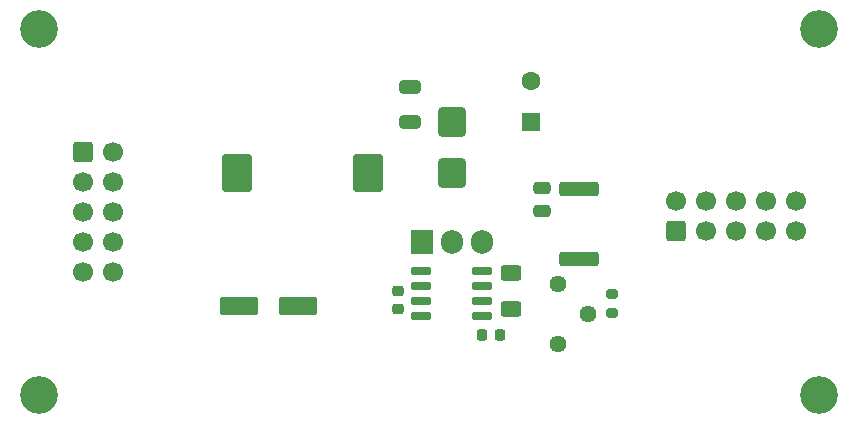
<source format=gbr>
%TF.GenerationSoftware,KiCad,Pcbnew,8.0.3*%
%TF.CreationDate,2024-06-16T18:08:45+12:00*%
%TF.ProjectId,power_supply,706f7765-725f-4737-9570-706c792e6b69,0.1.1*%
%TF.SameCoordinates,Original*%
%TF.FileFunction,Soldermask,Top*%
%TF.FilePolarity,Negative*%
%FSLAX46Y46*%
G04 Gerber Fmt 4.6, Leading zero omitted, Abs format (unit mm)*
G04 Created by KiCad (PCBNEW 8.0.3) date 2024-06-16 18:08:45*
%MOMM*%
%LPD*%
G01*
G04 APERTURE LIST*
G04 Aperture macros list*
%AMRoundRect*
0 Rectangle with rounded corners*
0 $1 Rounding radius*
0 $2 $3 $4 $5 $6 $7 $8 $9 X,Y pos of 4 corners*
0 Add a 4 corners polygon primitive as box body*
4,1,4,$2,$3,$4,$5,$6,$7,$8,$9,$2,$3,0*
0 Add four circle primitives for the rounded corners*
1,1,$1+$1,$2,$3*
1,1,$1+$1,$4,$5*
1,1,$1+$1,$6,$7*
1,1,$1+$1,$8,$9*
0 Add four rect primitives between the rounded corners*
20,1,$1+$1,$2,$3,$4,$5,0*
20,1,$1+$1,$4,$5,$6,$7,0*
20,1,$1+$1,$6,$7,$8,$9,0*
20,1,$1+$1,$8,$9,$2,$3,0*%
G04 Aperture macros list end*
%ADD10RoundRect,0.150000X-0.725000X-0.150000X0.725000X-0.150000X0.725000X0.150000X-0.725000X0.150000X0*%
%ADD11C,3.200000*%
%ADD12RoundRect,0.160000X-1.440000X0.640000X-1.440000X-0.640000X1.440000X-0.640000X1.440000X0.640000X0*%
%ADD13RoundRect,0.250000X0.650000X-0.325000X0.650000X0.325000X-0.650000X0.325000X-0.650000X-0.325000X0*%
%ADD14R,1.905000X2.000000*%
%ADD15O,1.905000X2.000000*%
%ADD16RoundRect,0.250000X-0.600000X-0.600000X0.600000X-0.600000X0.600000X0.600000X-0.600000X0.600000X0*%
%ADD17C,1.700000*%
%ADD18RoundRect,0.250000X1.425000X-0.362500X1.425000X0.362500X-1.425000X0.362500X-1.425000X-0.362500X0*%
%ADD19RoundRect,0.225000X-0.225000X-0.250000X0.225000X-0.250000X0.225000X0.250000X-0.225000X0.250000X0*%
%ADD20RoundRect,0.250000X-0.625000X0.400000X-0.625000X-0.400000X0.625000X-0.400000X0.625000X0.400000X0*%
%ADD21RoundRect,0.250000X0.475000X-0.250000X0.475000X0.250000X-0.475000X0.250000X-0.475000X-0.250000X0*%
%ADD22RoundRect,0.250000X-0.900000X1.000000X-0.900000X-1.000000X0.900000X-1.000000X0.900000X1.000000X0*%
%ADD23RoundRect,0.250000X-1.000000X-1.350000X1.000000X-1.350000X1.000000X1.350000X-1.000000X1.350000X0*%
%ADD24RoundRect,0.250000X0.600000X-0.600000X0.600000X0.600000X-0.600000X0.600000X-0.600000X-0.600000X0*%
%ADD25RoundRect,0.200000X0.275000X-0.200000X0.275000X0.200000X-0.275000X0.200000X-0.275000X-0.200000X0*%
%ADD26RoundRect,0.225000X-0.250000X0.225000X-0.250000X-0.225000X0.250000X-0.225000X0.250000X0.225000X0*%
%ADD27R,1.600000X1.600000*%
%ADD28C,1.600000*%
%ADD29C,1.440000*%
G04 APERTURE END LIST*
D10*
%TO.C,U1*%
X152350000Y-90540000D03*
X152350000Y-91810000D03*
X152350000Y-93080000D03*
X152350000Y-94350000D03*
X157500000Y-94350000D03*
X157500000Y-93080000D03*
X157500000Y-91810000D03*
X157500000Y-90540000D03*
%TD*%
D11*
%TO.C,H1*%
X120000000Y-70000000D03*
%TD*%
%TO.C,H2*%
X186000000Y-70000000D03*
%TD*%
D12*
%TO.C,C1*%
X136900000Y-93440000D03*
X141900000Y-93440000D03*
%TD*%
D13*
%TO.C,C5*%
X151400000Y-77915000D03*
X151400000Y-74965000D03*
%TD*%
D14*
%TO.C,Q1*%
X152385000Y-88045000D03*
D15*
X154925000Y-88045000D03*
X157465000Y-88045000D03*
%TD*%
D16*
%TO.C,J2*%
X123707500Y-80420000D03*
D17*
X126247500Y-80420000D03*
X123707500Y-82960000D03*
X126247500Y-82960000D03*
X123707500Y-85500000D03*
X126247500Y-85500000D03*
X123707500Y-88040000D03*
X126247500Y-88040000D03*
X123707500Y-90580000D03*
X126247500Y-90580000D03*
%TD*%
D18*
%TO.C,R1*%
X165660000Y-89472500D03*
X165660000Y-83547500D03*
%TD*%
D19*
%TO.C,C6*%
X157475000Y-95940000D03*
X159025000Y-95940000D03*
%TD*%
D20*
%TO.C,RS1*%
X159900000Y-90640000D03*
X159900000Y-93740000D03*
%TD*%
D11*
%TO.C,H4*%
X120000000Y-101000000D03*
%TD*%
%TO.C,H3*%
X186000000Y-101000000D03*
%TD*%
D21*
%TO.C,C3*%
X162600000Y-85390000D03*
X162600000Y-83490000D03*
%TD*%
D22*
%TO.C,D1*%
X154900000Y-77890000D03*
X154900000Y-82190000D03*
%TD*%
D23*
%TO.C,L1*%
X136700000Y-82240000D03*
X147800000Y-82240000D03*
%TD*%
D24*
%TO.C,J3*%
X173920000Y-87100000D03*
D17*
X173920000Y-84560000D03*
X176460000Y-87100000D03*
X176460000Y-84560000D03*
X179000000Y-87100000D03*
X179000000Y-84560000D03*
X181540000Y-87100000D03*
X181540000Y-84560000D03*
X184080000Y-87100000D03*
X184080000Y-84560000D03*
%TD*%
D25*
%TO.C,R2*%
X168500000Y-94065000D03*
X168500000Y-92415000D03*
%TD*%
D26*
%TO.C,C2*%
X150400000Y-92165000D03*
X150400000Y-93715000D03*
%TD*%
D27*
%TO.C,C4*%
X161600000Y-77892651D03*
D28*
X161600000Y-74392651D03*
%TD*%
D29*
%TO.C,RV1*%
X163875000Y-91565000D03*
X166415000Y-94105000D03*
X163875000Y-96645000D03*
%TD*%
M02*

</source>
